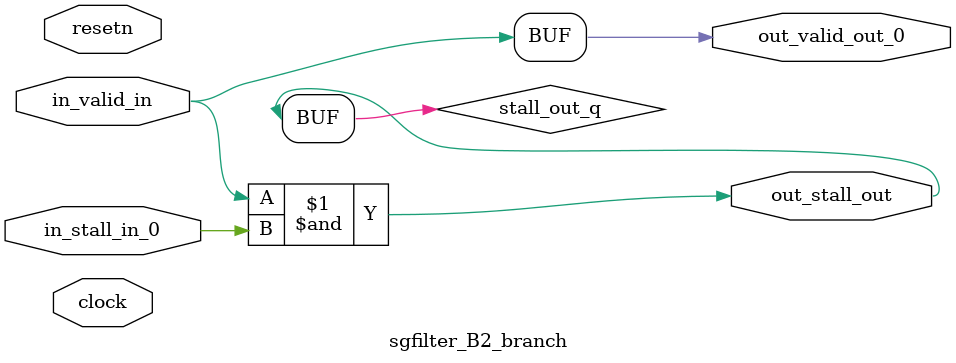
<source format=sv>



(* altera_attribute = "-name AUTO_SHIFT_REGISTER_RECOGNITION OFF; -name MESSAGE_DISABLE 10036; -name MESSAGE_DISABLE 10037; -name MESSAGE_DISABLE 14130; -name MESSAGE_DISABLE 14320; -name MESSAGE_DISABLE 15400; -name MESSAGE_DISABLE 14130; -name MESSAGE_DISABLE 10036; -name MESSAGE_DISABLE 12020; -name MESSAGE_DISABLE 12030; -name MESSAGE_DISABLE 12010; -name MESSAGE_DISABLE 12110; -name MESSAGE_DISABLE 14320; -name MESSAGE_DISABLE 13410; -name MESSAGE_DISABLE 113007; -name MESSAGE_DISABLE 10958" *)
module sgfilter_B2_branch (
    input wire [0:0] in_stall_in_0,
    input wire [0:0] in_valid_in,
    output wire [0:0] out_stall_out,
    output wire [0:0] out_valid_out_0,
    input wire clock,
    input wire resetn
    );

    wire [0:0] stall_out_q;


    // stall_out(LOGICAL,6)
    assign stall_out_q = in_valid_in & in_stall_in_0;

    // out_stall_out(GPOUT,4)
    assign out_stall_out = stall_out_q;

    // out_valid_out_0(GPOUT,5)
    assign out_valid_out_0 = in_valid_in;

endmodule

</source>
